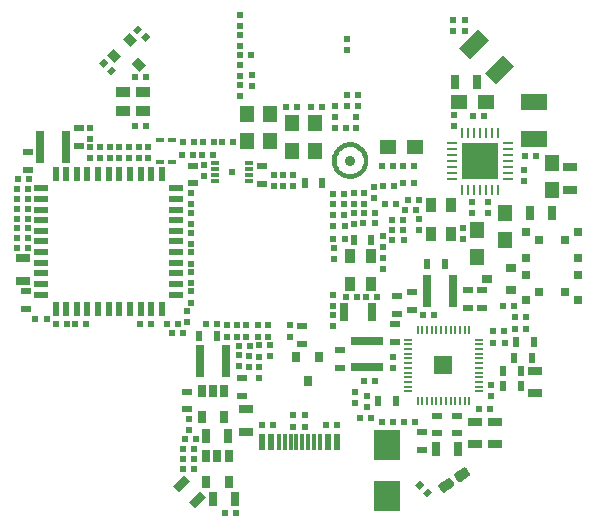
<source format=gtp>
G04 #@! TF.GenerationSoftware,KiCad,Pcbnew,5.1.5+dfsg1-2build2*
G04 #@! TF.CreationDate,2020-11-19T19:26:10+01:00*
G04 #@! TF.ProjectId,OtterCastAudioV2,4f747465-7243-4617-9374-417564696f56,rev?*
G04 #@! TF.SameCoordinates,Original*
G04 #@! TF.FileFunction,Paste,Top*
G04 #@! TF.FilePolarity,Positive*
%FSLAX46Y46*%
G04 Gerber Fmt 4.6, Leading zero omitted, Abs format (unit mm)*
G04 Created by KiCad (PCBNEW 5.1.5+dfsg1-2build2) date 2020-11-19 19:26:10*
%MOMM*%
%LPD*%
G04 APERTURE LIST*
%ADD10R,1.200000X0.510000*%
%ADD11R,0.510000X1.200000*%
%ADD12R,0.250000X0.900000*%
%ADD13R,0.900000X0.250000*%
%ADD14R,3.140000X3.140000*%
%ADD15C,0.100000*%
%ADD16R,0.790000X0.440000*%
%ADD17R,0.800000X2.700000*%
%ADD18R,0.900000X0.600000*%
%ADD19R,1.300000X0.700000*%
%ADD20R,0.500000X0.600000*%
%ADD21R,0.600000X0.500000*%
%ADD22R,0.750000X0.300000*%
%ADD23R,0.800000X0.650000*%
%ADD24R,0.650000X0.800000*%
%ADD25R,2.250000X1.315000*%
%ADD26R,1.250000X1.400000*%
%ADD27R,1.400000X1.250000*%
%ADD28R,0.750000X1.500000*%
%ADD29R,0.800000X0.900000*%
%ADD30R,0.600000X0.900000*%
%ADD31R,0.800000X0.200000*%
%ADD32R,0.200000X0.800000*%
%ADD33R,1.620000X1.620000*%
%ADD34R,2.700000X0.800000*%
%ADD35R,0.600000X1.450000*%
%ADD36R,0.300000X1.450000*%
%ADD37R,0.950000X1.200000*%
%ADD38R,0.650000X1.060000*%
%ADD39R,0.900000X0.800000*%
%ADD40C,0.900000*%
%ADD41R,0.700000X1.300000*%
%ADD42R,2.300000X2.500000*%
%ADD43R,1.225000X0.850000*%
G04 APERTURE END LIST*
D10*
X78130000Y-100700000D03*
X78130000Y-98000000D03*
X78130000Y-104300000D03*
X78130000Y-103400000D03*
X78130000Y-97100000D03*
X78130000Y-98900000D03*
X78130000Y-99800000D03*
X78130000Y-101600000D03*
X78130000Y-96200000D03*
X78130000Y-102500000D03*
X78130000Y-95300000D03*
X89570000Y-100700000D03*
X89570000Y-98000000D03*
X89570000Y-104300000D03*
X89570000Y-103400000D03*
X89570000Y-97100000D03*
X89570000Y-98900000D03*
X89570000Y-99800000D03*
X89570000Y-101600000D03*
X89570000Y-96200000D03*
X89570000Y-102500000D03*
X89570000Y-95300000D03*
D11*
X82950000Y-94080000D03*
X85650000Y-94080000D03*
X79350000Y-94080000D03*
X80250000Y-94080000D03*
X86550000Y-94080000D03*
X84750000Y-94080000D03*
X83850000Y-94080000D03*
X82050000Y-94080000D03*
X87450000Y-94080000D03*
X81150000Y-94080000D03*
X88350000Y-94080000D03*
X80250000Y-105520000D03*
X81150000Y-105520000D03*
X82050000Y-105520000D03*
X82950000Y-105520000D03*
X83850000Y-105520000D03*
X84750000Y-105520000D03*
X85650000Y-105520000D03*
X86550000Y-105520000D03*
X87450000Y-105520000D03*
X79350000Y-105520000D03*
X88350000Y-105520000D03*
D12*
X115800000Y-95400000D03*
X114300000Y-95400000D03*
X116300000Y-95400000D03*
X116800000Y-95400000D03*
X114800000Y-95400000D03*
X115300000Y-95400000D03*
X113800000Y-95400000D03*
X114800000Y-90600000D03*
X116300000Y-90600000D03*
X114300000Y-90600000D03*
X113800000Y-90600000D03*
X115800000Y-90600000D03*
X115300000Y-90600000D03*
X116800000Y-90600000D03*
D13*
X117700000Y-93500000D03*
X117700000Y-92000000D03*
X117700000Y-94000000D03*
X117700000Y-94500000D03*
X117700000Y-92500000D03*
X117700000Y-93000000D03*
X117700000Y-91500000D03*
X112900000Y-93500000D03*
X112900000Y-94000000D03*
X112900000Y-94500000D03*
X112900000Y-91500000D03*
X112900000Y-92000000D03*
X112900000Y-92500000D03*
X112900000Y-93000000D03*
D14*
X115300000Y-93000000D03*
D15*
G36*
X86568431Y-82517695D02*
G01*
X86992695Y-82093431D01*
X87346249Y-82446985D01*
X86921985Y-82871249D01*
X86568431Y-82517695D01*
G37*
G36*
X85903751Y-81853015D02*
G01*
X86328015Y-81428751D01*
X86681569Y-81782305D01*
X86257305Y-82206569D01*
X85903751Y-81853015D01*
G37*
G36*
X83693431Y-85392695D02*
G01*
X84117695Y-84968431D01*
X84471249Y-85321985D01*
X84046985Y-85746249D01*
X83693431Y-85392695D01*
G37*
G36*
X83028751Y-84728015D02*
G01*
X83453015Y-84303751D01*
X83806569Y-84657305D01*
X83382305Y-85081569D01*
X83028751Y-84728015D01*
G37*
D16*
X89220000Y-91240000D03*
X89220000Y-93040000D03*
X88220000Y-93040000D03*
X88220000Y-91240000D03*
D17*
X80260000Y-91760000D03*
X78060000Y-91760000D03*
D18*
X76990000Y-92210000D03*
X76990000Y-93710000D03*
D19*
X122940000Y-93500000D03*
X122940000Y-95400000D03*
D20*
X105420000Y-98260000D03*
X106360000Y-98260000D03*
X105430000Y-97410000D03*
X106370000Y-97410000D03*
X107865000Y-98820000D03*
X108805000Y-98820000D03*
X107855000Y-97990001D03*
X108795000Y-97990001D03*
D21*
X102900000Y-101295000D03*
X102900000Y-100355000D03*
D20*
X108820000Y-99650000D03*
X107880000Y-99650000D03*
D21*
X104585000Y-95700000D03*
X104585000Y-96640000D03*
X99200000Y-107845000D03*
X99200000Y-106905000D03*
X102850000Y-105270000D03*
X102850000Y-104330000D03*
X90825000Y-103320000D03*
X90825000Y-102380000D03*
X90825000Y-100730000D03*
X90825000Y-101670000D03*
D20*
X103800000Y-96650000D03*
X102860000Y-96650000D03*
X94855000Y-108650000D03*
X95795000Y-108650000D03*
D21*
X95500000Y-107845000D03*
X95500000Y-106905000D03*
D20*
X103800000Y-97550000D03*
X102860000Y-97550000D03*
D21*
X83930000Y-92770000D03*
X83930000Y-91830000D03*
D20*
X77050000Y-97030000D03*
X76110000Y-97030000D03*
D21*
X90825000Y-98345000D03*
X90825000Y-97405000D03*
D20*
X87460000Y-106770000D03*
X86520000Y-106770000D03*
D21*
X87220000Y-92770000D03*
X87220000Y-91830000D03*
X84750000Y-92770000D03*
X84750000Y-91830000D03*
X83110000Y-92770000D03*
X83110000Y-91830000D03*
X82290000Y-92770000D03*
X82290000Y-91830000D03*
D20*
X77045000Y-97860000D03*
X76105000Y-97860000D03*
X77045000Y-99520000D03*
X76105000Y-99520000D03*
X77045000Y-98690000D03*
X76105000Y-98690000D03*
X77045000Y-100350000D03*
X76105000Y-100350000D03*
D21*
X86400000Y-92770000D03*
X86400000Y-91830000D03*
X85580000Y-92770000D03*
X85580000Y-91830000D03*
X113000000Y-81080000D03*
X113000000Y-82020000D03*
X96000000Y-86670000D03*
X96000000Y-85730000D03*
X104000000Y-83570000D03*
X104000000Y-82630000D03*
D20*
X98830000Y-88400000D03*
X99770000Y-88400000D03*
X104030000Y-88300000D03*
X104970000Y-88300000D03*
X101920000Y-88400000D03*
X100980000Y-88400000D03*
D21*
X119050000Y-94670000D03*
X119050000Y-93730000D03*
D20*
X92745000Y-91350000D03*
X91805000Y-91350000D03*
D21*
X105440000Y-95700000D03*
X105440000Y-96640000D03*
X106280000Y-95200000D03*
X106280000Y-96140000D03*
D20*
X107080000Y-95090000D03*
X108020000Y-95090000D03*
X108770000Y-94850000D03*
X109710000Y-94850000D03*
D21*
X95000000Y-84880000D03*
X95000000Y-85820000D03*
D20*
X109745000Y-93375000D03*
X108805000Y-93375000D03*
X95920000Y-84050000D03*
X94980000Y-84050000D03*
X91070000Y-91350000D03*
X90130000Y-91350000D03*
D21*
X104825000Y-90220000D03*
X104825000Y-89280000D03*
X103000000Y-88330000D03*
X103000000Y-89270000D03*
X95000000Y-80630000D03*
X95000000Y-81570000D03*
X95000000Y-82280000D03*
X95000000Y-83220000D03*
D20*
X102860000Y-95750000D03*
X103800000Y-95750000D03*
X91220000Y-116525000D03*
X90280000Y-116525000D03*
D21*
X90650000Y-115745000D03*
X90650000Y-114805000D03*
D20*
X90130000Y-118250000D03*
X91070000Y-118250000D03*
X90130000Y-119075000D03*
X91070000Y-119075000D03*
D21*
X97550000Y-108580000D03*
X97550000Y-109520000D03*
X96550000Y-111345000D03*
X96550000Y-110405000D03*
X95725000Y-110395000D03*
X95725000Y-109455000D03*
X94900000Y-110370000D03*
X94900000Y-109430000D03*
D20*
X108830000Y-115050000D03*
X109770000Y-115050000D03*
X107920000Y-115050000D03*
X106980000Y-115050000D03*
X106070000Y-114750000D03*
X105130000Y-114750000D03*
X103170000Y-115300000D03*
X102230000Y-115300000D03*
X96830000Y-115300000D03*
X97770000Y-115300000D03*
D21*
X100500000Y-114530000D03*
X100500000Y-115470000D03*
X99500000Y-114530000D03*
X99500000Y-115470000D03*
D20*
X94670000Y-122775000D03*
X93730000Y-122775000D03*
X119220000Y-107200000D03*
X118280000Y-107200000D03*
X119220000Y-106200000D03*
X118280000Y-106200000D03*
X117300000Y-107350000D03*
X116360000Y-107350000D03*
X118170000Y-105300000D03*
X117230000Y-105300000D03*
D21*
X105700000Y-113795000D03*
X105700000Y-112855000D03*
D20*
X116120000Y-113950000D03*
X115180000Y-113950000D03*
D15*
G36*
X110556569Y-120382305D02*
G01*
X110132305Y-120806569D01*
X109778751Y-120453015D01*
X110203015Y-120028751D01*
X110556569Y-120382305D01*
G37*
G36*
X111221249Y-121046985D02*
G01*
X110796985Y-121471249D01*
X110443431Y-121117695D01*
X110867695Y-120693431D01*
X111221249Y-121046985D01*
G37*
D20*
X90080000Y-92450000D03*
X91020000Y-92450000D03*
X81030000Y-106775000D03*
X81970000Y-106775000D03*
X80295000Y-106775000D03*
X79355000Y-106775000D03*
X78595000Y-106350000D03*
X77655000Y-106350000D03*
X76120000Y-96200000D03*
X77060000Y-96200000D03*
X76110000Y-95370000D03*
X77050000Y-95370000D03*
X76190000Y-94540000D03*
X77130000Y-94540000D03*
D21*
X91925000Y-93330000D03*
X91925000Y-94270000D03*
D20*
X92720000Y-92475000D03*
X91780000Y-92475000D03*
X86080000Y-85900000D03*
X87020000Y-85900000D03*
X86080000Y-90000000D03*
X87020000Y-90000000D03*
D21*
X90825000Y-99995000D03*
X90825000Y-99055000D03*
D20*
X94275000Y-93925000D03*
D22*
X92825000Y-94675000D03*
X92825000Y-94175000D03*
X92825000Y-93675000D03*
X92825000Y-93175000D03*
X95725000Y-93175000D03*
X95725000Y-93675000D03*
X95725000Y-94175000D03*
X95725000Y-94675000D03*
D21*
X94675000Y-107845000D03*
X94675000Y-106905000D03*
X114625000Y-97370000D03*
X114625000Y-96430000D03*
X90500000Y-105705000D03*
X90500000Y-106645000D03*
D23*
X123600000Y-101175000D03*
X119200000Y-101175000D03*
X123600000Y-99025000D03*
X119200000Y-99025000D03*
X123600000Y-104775000D03*
X119200000Y-104775000D03*
X123600000Y-102625000D03*
X119200000Y-102625000D03*
D24*
X122475000Y-99700000D03*
X122475000Y-104100000D03*
X120325000Y-99700000D03*
X120325000Y-104100000D03*
D20*
X103820000Y-98450000D03*
X102880000Y-98450000D03*
D25*
X119850000Y-88012500D03*
X119850000Y-91087500D03*
D15*
G36*
X116023241Y-82732251D02*
G01*
X114432251Y-84323241D01*
X113502405Y-83393395D01*
X115093395Y-81802405D01*
X116023241Y-82732251D01*
G37*
G36*
X118197595Y-84906605D02*
G01*
X116606605Y-86497595D01*
X115676759Y-85567749D01*
X117267749Y-83976759D01*
X118197595Y-84906605D01*
G37*
D26*
X121400000Y-93150000D03*
X121400000Y-95450000D03*
D27*
X107475000Y-91800000D03*
X109775000Y-91800000D03*
D26*
X99400000Y-89800000D03*
X99400000Y-92100000D03*
X101350000Y-89800000D03*
X101350000Y-92100000D03*
X115025000Y-101125000D03*
X115025000Y-98825000D03*
X117400000Y-99700000D03*
X117400000Y-97400000D03*
X97500000Y-89000000D03*
X97500000Y-91300000D03*
X95549999Y-89000000D03*
X95549999Y-91300000D03*
D27*
X113525000Y-87950000D03*
X115825000Y-87950000D03*
D28*
X103750000Y-105800000D03*
X106150000Y-105800000D03*
D29*
X100700000Y-111600000D03*
X99750000Y-109600000D03*
X101650000Y-109600000D03*
D15*
G36*
X85806066Y-84771752D02*
G01*
X86371752Y-84206066D01*
X87008148Y-84842462D01*
X86442462Y-85408148D01*
X85806066Y-84771752D01*
G37*
G36*
X83720101Y-84029290D02*
G01*
X84285787Y-83463604D01*
X84922183Y-84100000D01*
X84356497Y-84665686D01*
X83720101Y-84029290D01*
G37*
G36*
X85063604Y-82685787D02*
G01*
X85629290Y-82120101D01*
X86265686Y-82756497D01*
X85700000Y-83322183D01*
X85063604Y-82685787D01*
G37*
D30*
X101940000Y-94820000D03*
X100440000Y-94820000D03*
D21*
X107950000Y-109605000D03*
X107950000Y-110545000D03*
D20*
X111370000Y-106050000D03*
X110430000Y-106050000D03*
D31*
X115175000Y-108100000D03*
X115175000Y-108500000D03*
X115175000Y-108900000D03*
X115175000Y-109300000D03*
X115175000Y-109700000D03*
X115175000Y-110100000D03*
X115175000Y-110500000D03*
X115175000Y-110900000D03*
X115175000Y-111300000D03*
X115175000Y-111700000D03*
X115175000Y-112100000D03*
X115175000Y-112500000D03*
D32*
X114400000Y-113275000D03*
X114000000Y-113275000D03*
X113600000Y-113275000D03*
X113200000Y-113275000D03*
X112800000Y-113275000D03*
X112400000Y-113275000D03*
X112000000Y-113275000D03*
X111600000Y-113275000D03*
X111200000Y-113275000D03*
X110800000Y-113275000D03*
X110400000Y-113275000D03*
X110000000Y-113275000D03*
D31*
X109225000Y-112500000D03*
X109225000Y-112100000D03*
X109225000Y-111700000D03*
X109225000Y-111300000D03*
X109225000Y-110900000D03*
X109225000Y-110500000D03*
X109225000Y-110100000D03*
X109225000Y-109700000D03*
X109225000Y-109300000D03*
X109225000Y-108900000D03*
X109225000Y-108500000D03*
X109225000Y-108100000D03*
D32*
X110000000Y-107325000D03*
X110400000Y-107325000D03*
X110800000Y-107325000D03*
X111200000Y-107325000D03*
X111600000Y-107325000D03*
X112000000Y-107325000D03*
X112400000Y-107325000D03*
X112800000Y-107325000D03*
X113200000Y-107325000D03*
X113600000Y-107325000D03*
X114000000Y-107325000D03*
X114400000Y-107325000D03*
D33*
X112200000Y-110300000D03*
D17*
X93775000Y-109950000D03*
X91575000Y-109950000D03*
D34*
X105700000Y-110400000D03*
X105700000Y-108200000D03*
D15*
G36*
X112659100Y-119842930D02*
G01*
X112679741Y-119845900D01*
X112699992Y-119850879D01*
X112719657Y-119857819D01*
X112738547Y-119866652D01*
X112756481Y-119877295D01*
X112773285Y-119889645D01*
X112788797Y-119903582D01*
X112802869Y-119918972D01*
X112815364Y-119935668D01*
X113053021Y-120288009D01*
X113063820Y-120305848D01*
X113072819Y-120324661D01*
X113079930Y-120344265D01*
X113085085Y-120364471D01*
X113088235Y-120385086D01*
X113089349Y-120405910D01*
X113088417Y-120426743D01*
X113085447Y-120447384D01*
X113080468Y-120467635D01*
X113073528Y-120487300D01*
X113064695Y-120506190D01*
X113054052Y-120524124D01*
X113041702Y-120540928D01*
X113027765Y-120556440D01*
X113012375Y-120570512D01*
X112995679Y-120583007D01*
X112332448Y-121030362D01*
X112314609Y-121041161D01*
X112295796Y-121050160D01*
X112276192Y-121057271D01*
X112255986Y-121062426D01*
X112235371Y-121065576D01*
X112214547Y-121066690D01*
X112193714Y-121065758D01*
X112173073Y-121062788D01*
X112152822Y-121057809D01*
X112133157Y-121050869D01*
X112114267Y-121042036D01*
X112096333Y-121031393D01*
X112079529Y-121019043D01*
X112064017Y-121005106D01*
X112049945Y-120989716D01*
X112037450Y-120973020D01*
X111799793Y-120620679D01*
X111788994Y-120602840D01*
X111779995Y-120584027D01*
X111772884Y-120564423D01*
X111767729Y-120544217D01*
X111764579Y-120523602D01*
X111763465Y-120502778D01*
X111764397Y-120481945D01*
X111767367Y-120461304D01*
X111772346Y-120441053D01*
X111779286Y-120421388D01*
X111788119Y-120402498D01*
X111798762Y-120384564D01*
X111811112Y-120367760D01*
X111825049Y-120352248D01*
X111840439Y-120338176D01*
X111857135Y-120325681D01*
X112520366Y-119878326D01*
X112538205Y-119867527D01*
X112557018Y-119858528D01*
X112576622Y-119851417D01*
X112596828Y-119846262D01*
X112617443Y-119843112D01*
X112638267Y-119841998D01*
X112659100Y-119842930D01*
G37*
G36*
X114006286Y-118934242D02*
G01*
X114026927Y-118937212D01*
X114047178Y-118942191D01*
X114066843Y-118949131D01*
X114085733Y-118957964D01*
X114103667Y-118968607D01*
X114120471Y-118980957D01*
X114135983Y-118994894D01*
X114150055Y-119010284D01*
X114162550Y-119026980D01*
X114400207Y-119379321D01*
X114411006Y-119397160D01*
X114420005Y-119415973D01*
X114427116Y-119435577D01*
X114432271Y-119455783D01*
X114435421Y-119476398D01*
X114436535Y-119497222D01*
X114435603Y-119518055D01*
X114432633Y-119538696D01*
X114427654Y-119558947D01*
X114420714Y-119578612D01*
X114411881Y-119597502D01*
X114401238Y-119615436D01*
X114388888Y-119632240D01*
X114374951Y-119647752D01*
X114359561Y-119661824D01*
X114342865Y-119674319D01*
X113679634Y-120121674D01*
X113661795Y-120132473D01*
X113642982Y-120141472D01*
X113623378Y-120148583D01*
X113603172Y-120153738D01*
X113582557Y-120156888D01*
X113561733Y-120158002D01*
X113540900Y-120157070D01*
X113520259Y-120154100D01*
X113500008Y-120149121D01*
X113480343Y-120142181D01*
X113461453Y-120133348D01*
X113443519Y-120122705D01*
X113426715Y-120110355D01*
X113411203Y-120096418D01*
X113397131Y-120081028D01*
X113384636Y-120064332D01*
X113146979Y-119711991D01*
X113136180Y-119694152D01*
X113127181Y-119675339D01*
X113120070Y-119655735D01*
X113114915Y-119635529D01*
X113111765Y-119614914D01*
X113110651Y-119594090D01*
X113111583Y-119573257D01*
X113114553Y-119552616D01*
X113119532Y-119532365D01*
X113126472Y-119512700D01*
X113135305Y-119493810D01*
X113145948Y-119475876D01*
X113158298Y-119459072D01*
X113172235Y-119443560D01*
X113187625Y-119429488D01*
X113204321Y-119416993D01*
X113867552Y-118969638D01*
X113885391Y-118958839D01*
X113904204Y-118949840D01*
X113923808Y-118942729D01*
X113944014Y-118937574D01*
X113964629Y-118934424D01*
X113985453Y-118933310D01*
X114006286Y-118934242D01*
G37*
D21*
X116200000Y-112870000D03*
X116200000Y-111930000D03*
D35*
X97600000Y-116800000D03*
X102400000Y-116800000D03*
X103200000Y-116800000D03*
X96800000Y-116800000D03*
X103200000Y-116800000D03*
X102400000Y-116800000D03*
D36*
X101750000Y-116800000D03*
X101250000Y-116800000D03*
X100750000Y-116800000D03*
X100250000Y-116800000D03*
X99750000Y-116800000D03*
X99250000Y-116800000D03*
X98750000Y-116800000D03*
X98250000Y-116800000D03*
D35*
X97600000Y-116800000D03*
X96800000Y-116800000D03*
D37*
X106075000Y-101000000D03*
X106075000Y-103400000D03*
X104325000Y-103400000D03*
X104325000Y-101000000D03*
X111125000Y-99150000D03*
X111125000Y-96750000D03*
X112875000Y-96750000D03*
X112875000Y-99150000D03*
D38*
X94000000Y-120150000D03*
X92100000Y-120150000D03*
X92100000Y-117950000D03*
X93050000Y-117950000D03*
X94000000Y-117950000D03*
X93625000Y-114625000D03*
X91725000Y-114625000D03*
X91725000Y-112425000D03*
X92675000Y-112425000D03*
X93625000Y-112425000D03*
D39*
X115900000Y-103000000D03*
X117900000Y-102050000D03*
X117900000Y-103950000D03*
D15*
G36*
X105544972Y-92026666D02*
G01*
X105629479Y-92153141D01*
X105701183Y-92287290D01*
X105759393Y-92427821D01*
X105803548Y-92573381D01*
X105833224Y-92722568D01*
X105848133Y-92873945D01*
X105848133Y-93026055D01*
X105833224Y-93177433D01*
X105803548Y-93326619D01*
X105759393Y-93472179D01*
X105701183Y-93612711D01*
X105629479Y-93746859D01*
X105544972Y-93873335D01*
X105448475Y-93990916D01*
X105340916Y-94098475D01*
X105223335Y-94194972D01*
X105096859Y-94279479D01*
X104962711Y-94351183D01*
X104822179Y-94409393D01*
X104676619Y-94453548D01*
X104527433Y-94483224D01*
X104376055Y-94498133D01*
X104223945Y-94498133D01*
X104072568Y-94483224D01*
X103923381Y-94453548D01*
X103777821Y-94409393D01*
X103637290Y-94351183D01*
X103503141Y-94279479D01*
X103376666Y-94194972D01*
X103259084Y-94098475D01*
X103151526Y-93990916D01*
X103055028Y-93873335D01*
X102970521Y-93746859D01*
X102898817Y-93612711D01*
X102840607Y-93472179D01*
X102796452Y-93326619D01*
X102766776Y-93177433D01*
X102751868Y-93026055D01*
X102751868Y-92873945D01*
X102766776Y-92722568D01*
X102796452Y-92573381D01*
X102840607Y-92427821D01*
X102898817Y-92287290D01*
X102970521Y-92153141D01*
X103055028Y-92026666D01*
X103151526Y-91909084D01*
X103186693Y-91873917D01*
X103197216Y-91861095D01*
X103211095Y-91847216D01*
X103223917Y-91836693D01*
X103245205Y-91815404D01*
X103527707Y-92097906D01*
X103447906Y-92177707D01*
X103376312Y-92264946D01*
X103313612Y-92358782D01*
X103260412Y-92458311D01*
X103217225Y-92562576D01*
X103184464Y-92670573D01*
X103162447Y-92781260D01*
X103151385Y-92893572D01*
X103151385Y-93006428D01*
X103162447Y-93118741D01*
X103184464Y-93229428D01*
X103217225Y-93337424D01*
X103260412Y-93441689D01*
X103313612Y-93541218D01*
X103376312Y-93635054D01*
X103447906Y-93722293D01*
X103527707Y-93802094D01*
X103614946Y-93873689D01*
X103708782Y-93936388D01*
X103808311Y-93989588D01*
X103912576Y-94032776D01*
X104020573Y-94065536D01*
X104131260Y-94087553D01*
X104243572Y-94098615D01*
X104356428Y-94098615D01*
X104468741Y-94087553D01*
X104579428Y-94065536D01*
X104687424Y-94032776D01*
X104791689Y-93989588D01*
X104891218Y-93936388D01*
X104985054Y-93873689D01*
X105072293Y-93802094D01*
X105152094Y-93722293D01*
X105223689Y-93635054D01*
X105286388Y-93541218D01*
X105339588Y-93441689D01*
X105382776Y-93337424D01*
X105415536Y-93229428D01*
X105437553Y-93118741D01*
X105448615Y-93006428D01*
X105448615Y-92893572D01*
X105437553Y-92781260D01*
X105415536Y-92670573D01*
X105382776Y-92562576D01*
X105339588Y-92458311D01*
X105286388Y-92358782D01*
X105223689Y-92264946D01*
X105152094Y-92177707D01*
X105072293Y-92097906D01*
X104985054Y-92026312D01*
X104891218Y-91963612D01*
X104791689Y-91910412D01*
X104687424Y-91867225D01*
X104579428Y-91834464D01*
X104468741Y-91812447D01*
X104356428Y-91801385D01*
X104243572Y-91801385D01*
X104131260Y-91812447D01*
X104020573Y-91834464D01*
X103912576Y-91867225D01*
X103808311Y-91910412D01*
X103708782Y-91963612D01*
X103614946Y-92026312D01*
X103527707Y-92097906D01*
X103245205Y-91815404D01*
X103259084Y-91801526D01*
X103376666Y-91705028D01*
X103503141Y-91620521D01*
X103637290Y-91548817D01*
X103777821Y-91490607D01*
X103923381Y-91446452D01*
X104072568Y-91416776D01*
X104223945Y-91401868D01*
X104376055Y-91401868D01*
X104527433Y-91416776D01*
X104676619Y-91446452D01*
X104822179Y-91490607D01*
X104962711Y-91548817D01*
X105096859Y-91620521D01*
X105223335Y-91705028D01*
X105340916Y-91801526D01*
X105448475Y-91909084D01*
X105544972Y-92026666D01*
G37*
D40*
X104300000Y-92950000D03*
D17*
X110800000Y-104000000D03*
X113000000Y-104000000D03*
D41*
X113175000Y-86275000D03*
X115075000Y-86275000D03*
X119500000Y-97375000D03*
X121400000Y-97375000D03*
D19*
X76640000Y-103130000D03*
X76640000Y-101230000D03*
D42*
X107450000Y-117050000D03*
X107450000Y-121350000D03*
D43*
X86717500Y-87145000D03*
X85092500Y-87145000D03*
X86717500Y-88750000D03*
X85092500Y-88750000D03*
D19*
X119975000Y-112650000D03*
X119975000Y-110750000D03*
D20*
X109870000Y-97150000D03*
X108930000Y-97150000D03*
X110120000Y-96330000D03*
X109180000Y-96330000D03*
D21*
X104600000Y-98320000D03*
X104600000Y-97380000D03*
D20*
X108190000Y-96610000D03*
X107250000Y-96610000D03*
X103820000Y-99550000D03*
X102880000Y-99550000D03*
X104870000Y-104525000D03*
X103930000Y-104525000D03*
D21*
X102850000Y-106945000D03*
X102850000Y-106005000D03*
D18*
X100200000Y-108450000D03*
X100200000Y-106950000D03*
D20*
X105605000Y-104525000D03*
X106545000Y-104525000D03*
D21*
X107075000Y-101230000D03*
X107075000Y-102170000D03*
D30*
X106100000Y-99710000D03*
X104600000Y-99710000D03*
D21*
X97350000Y-107850000D03*
X97350000Y-106910000D03*
X96575000Y-109545000D03*
X96575000Y-108605000D03*
X107100000Y-100295000D03*
X107100000Y-99355000D03*
X96500000Y-107845000D03*
X96500000Y-106905000D03*
X90825000Y-104030000D03*
X90825000Y-104970000D03*
D20*
X89720000Y-106750000D03*
X88780000Y-106750000D03*
D21*
X82290000Y-91110000D03*
X82290000Y-90170000D03*
D20*
X90120000Y-107575000D03*
X89180000Y-107575000D03*
D18*
X81330000Y-91730000D03*
X81330000Y-90230000D03*
D21*
X90825000Y-95655000D03*
X90825000Y-96595000D03*
D18*
X90950000Y-94875000D03*
X90950000Y-93375000D03*
D21*
X114000000Y-81080000D03*
X114000000Y-82020000D03*
D20*
X104030000Y-87400000D03*
X104970000Y-87400000D03*
D21*
X115975000Y-97370000D03*
X115975000Y-96430000D03*
X113050000Y-89995000D03*
X113050000Y-89055000D03*
D20*
X120070000Y-92600000D03*
X119130000Y-92600000D03*
X114730000Y-89150000D03*
X115670000Y-89150000D03*
X93480000Y-91350000D03*
X94420000Y-91350000D03*
D21*
X113875000Y-99620000D03*
X113875000Y-98680000D03*
X110125000Y-98870000D03*
X110125000Y-97930000D03*
X95000000Y-87520000D03*
X95000000Y-86580000D03*
D20*
X106955000Y-93375000D03*
X107895000Y-93375000D03*
X103030000Y-90150000D03*
X103970000Y-90150000D03*
D41*
X92050000Y-116300000D03*
X93950000Y-116300000D03*
D20*
X91070000Y-117350000D03*
X90130000Y-117350000D03*
D19*
X95475000Y-115925000D03*
X95475000Y-114025000D03*
D41*
X92650000Y-121600000D03*
X94550000Y-121600000D03*
D30*
X91525000Y-107775000D03*
X93025000Y-107775000D03*
D18*
X96840000Y-93425000D03*
X96840000Y-94925000D03*
D20*
X92080000Y-106800000D03*
X93020000Y-106800000D03*
D21*
X97810000Y-94130000D03*
X97810000Y-95070000D03*
X98630000Y-94130000D03*
X98630000Y-95070000D03*
X93850000Y-107845000D03*
X93850000Y-106905000D03*
X99450000Y-94130000D03*
X99450000Y-95070000D03*
D18*
X95100000Y-112850000D03*
X95100000Y-111350000D03*
X90500000Y-112525000D03*
X90500000Y-114025000D03*
X109500000Y-104100000D03*
X109500000Y-105600000D03*
D30*
X118750000Y-112000000D03*
X117250000Y-112000000D03*
X118750000Y-110800000D03*
X117250000Y-110800000D03*
D18*
X108300000Y-104400000D03*
X108300000Y-105900000D03*
X110350000Y-117450000D03*
X110350000Y-115950000D03*
X108100000Y-106800000D03*
X108100000Y-108300000D03*
X103400000Y-109000000D03*
X103400000Y-110500000D03*
D30*
X112300000Y-101700000D03*
X110800000Y-101700000D03*
D18*
X115500000Y-103925000D03*
X115500000Y-105425000D03*
D30*
X119825000Y-108350000D03*
X118325000Y-108350000D03*
D18*
X114300000Y-103925000D03*
X114300000Y-105425000D03*
D30*
X119700000Y-109650000D03*
X118200000Y-109650000D03*
D18*
X113350000Y-116050000D03*
X113350000Y-114550000D03*
D15*
G36*
X90710356Y-120091117D02*
G01*
X89791117Y-121010356D01*
X89296142Y-120515381D01*
X90215381Y-119596142D01*
X90710356Y-120091117D01*
G37*
G36*
X92053858Y-121434619D02*
G01*
X91134619Y-122353858D01*
X90639644Y-121858883D01*
X91558883Y-120939644D01*
X92053858Y-121434619D01*
G37*
D20*
X117370000Y-108420000D03*
X116430000Y-108420000D03*
D41*
X113450000Y-117400000D03*
X111550000Y-117400000D03*
D19*
X114850000Y-116950000D03*
X114850000Y-115050000D03*
D30*
X108150000Y-113300000D03*
X106650000Y-113300000D03*
D21*
X104700000Y-113470000D03*
X104700000Y-112530000D03*
D20*
X105430000Y-111600000D03*
X106370000Y-111600000D03*
D18*
X111650000Y-116050000D03*
X111650000Y-114550000D03*
D19*
X116550000Y-116950000D03*
X116550000Y-115050000D03*
D18*
X76840000Y-105505000D03*
X76840000Y-104005000D03*
M02*

</source>
